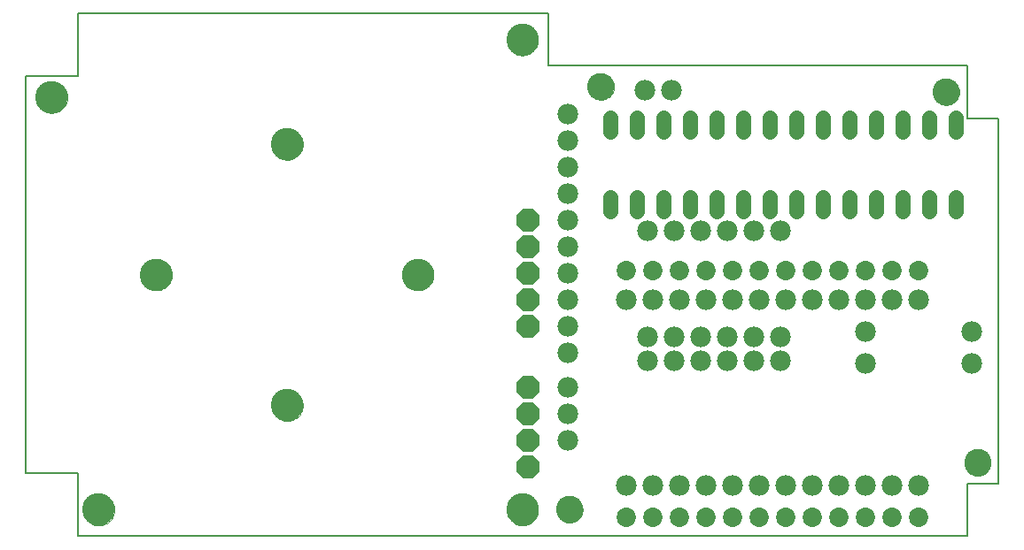
<source format=gbs>
G75*
%MOIN*%
%OFA0B0*%
%FSLAX24Y24*%
%IPPOS*%
%LPD*%
%AMOC8*
5,1,8,0,0,1.08239X$1,22.5*
%
%ADD10C,0.0000*%
%ADD11C,0.1221*%
%ADD12C,0.1024*%
%ADD13C,0.0080*%
%ADD14OC8,0.0890*%
%ADD15C,0.0560*%
%ADD16C,0.0780*%
%ADD17C,0.0730*%
D10*
X002665Y001484D02*
X002667Y001532D01*
X002673Y001580D01*
X002683Y001627D01*
X002696Y001673D01*
X002714Y001718D01*
X002734Y001762D01*
X002759Y001804D01*
X002787Y001843D01*
X002817Y001880D01*
X002851Y001914D01*
X002888Y001946D01*
X002926Y001975D01*
X002967Y002000D01*
X003010Y002022D01*
X003055Y002040D01*
X003101Y002054D01*
X003148Y002065D01*
X003196Y002072D01*
X003244Y002075D01*
X003292Y002074D01*
X003340Y002069D01*
X003388Y002060D01*
X003434Y002048D01*
X003479Y002031D01*
X003523Y002011D01*
X003565Y001988D01*
X003605Y001961D01*
X003643Y001931D01*
X003678Y001898D01*
X003710Y001862D01*
X003740Y001824D01*
X003766Y001783D01*
X003788Y001740D01*
X003808Y001696D01*
X003823Y001651D01*
X003835Y001604D01*
X003843Y001556D01*
X003847Y001508D01*
X003847Y001460D01*
X003843Y001412D01*
X003835Y001364D01*
X003823Y001317D01*
X003808Y001272D01*
X003788Y001228D01*
X003766Y001185D01*
X003740Y001144D01*
X003710Y001106D01*
X003678Y001070D01*
X003643Y001037D01*
X003605Y001007D01*
X003565Y000980D01*
X003523Y000957D01*
X003479Y000937D01*
X003434Y000920D01*
X003388Y000908D01*
X003340Y000899D01*
X003292Y000894D01*
X003244Y000893D01*
X003196Y000896D01*
X003148Y000903D01*
X003101Y000914D01*
X003055Y000928D01*
X003010Y000946D01*
X002967Y000968D01*
X002926Y000993D01*
X002888Y001022D01*
X002851Y001054D01*
X002817Y001088D01*
X002787Y001125D01*
X002759Y001164D01*
X002734Y001206D01*
X002714Y001250D01*
X002696Y001295D01*
X002683Y001341D01*
X002673Y001388D01*
X002667Y001436D01*
X002665Y001484D01*
X009752Y005421D02*
X009754Y005469D01*
X009760Y005517D01*
X009770Y005564D01*
X009783Y005610D01*
X009801Y005655D01*
X009821Y005699D01*
X009846Y005741D01*
X009874Y005780D01*
X009904Y005817D01*
X009938Y005851D01*
X009975Y005883D01*
X010013Y005912D01*
X010054Y005937D01*
X010097Y005959D01*
X010142Y005977D01*
X010188Y005991D01*
X010235Y006002D01*
X010283Y006009D01*
X010331Y006012D01*
X010379Y006011D01*
X010427Y006006D01*
X010475Y005997D01*
X010521Y005985D01*
X010566Y005968D01*
X010610Y005948D01*
X010652Y005925D01*
X010692Y005898D01*
X010730Y005868D01*
X010765Y005835D01*
X010797Y005799D01*
X010827Y005761D01*
X010853Y005720D01*
X010875Y005677D01*
X010895Y005633D01*
X010910Y005588D01*
X010922Y005541D01*
X010930Y005493D01*
X010934Y005445D01*
X010934Y005397D01*
X010930Y005349D01*
X010922Y005301D01*
X010910Y005254D01*
X010895Y005209D01*
X010875Y005165D01*
X010853Y005122D01*
X010827Y005081D01*
X010797Y005043D01*
X010765Y005007D01*
X010730Y004974D01*
X010692Y004944D01*
X010652Y004917D01*
X010610Y004894D01*
X010566Y004874D01*
X010521Y004857D01*
X010475Y004845D01*
X010427Y004836D01*
X010379Y004831D01*
X010331Y004830D01*
X010283Y004833D01*
X010235Y004840D01*
X010188Y004851D01*
X010142Y004865D01*
X010097Y004883D01*
X010054Y004905D01*
X010013Y004930D01*
X009975Y004959D01*
X009938Y004991D01*
X009904Y005025D01*
X009874Y005062D01*
X009846Y005101D01*
X009821Y005143D01*
X009801Y005187D01*
X009783Y005232D01*
X009770Y005278D01*
X009760Y005325D01*
X009754Y005373D01*
X009752Y005421D01*
X004830Y010343D02*
X004832Y010391D01*
X004838Y010439D01*
X004848Y010486D01*
X004861Y010532D01*
X004879Y010577D01*
X004899Y010621D01*
X004924Y010663D01*
X004952Y010702D01*
X004982Y010739D01*
X005016Y010773D01*
X005053Y010805D01*
X005091Y010834D01*
X005132Y010859D01*
X005175Y010881D01*
X005220Y010899D01*
X005266Y010913D01*
X005313Y010924D01*
X005361Y010931D01*
X005409Y010934D01*
X005457Y010933D01*
X005505Y010928D01*
X005553Y010919D01*
X005599Y010907D01*
X005644Y010890D01*
X005688Y010870D01*
X005730Y010847D01*
X005770Y010820D01*
X005808Y010790D01*
X005843Y010757D01*
X005875Y010721D01*
X005905Y010683D01*
X005931Y010642D01*
X005953Y010599D01*
X005973Y010555D01*
X005988Y010510D01*
X006000Y010463D01*
X006008Y010415D01*
X006012Y010367D01*
X006012Y010319D01*
X006008Y010271D01*
X006000Y010223D01*
X005988Y010176D01*
X005973Y010131D01*
X005953Y010087D01*
X005931Y010044D01*
X005905Y010003D01*
X005875Y009965D01*
X005843Y009929D01*
X005808Y009896D01*
X005770Y009866D01*
X005730Y009839D01*
X005688Y009816D01*
X005644Y009796D01*
X005599Y009779D01*
X005553Y009767D01*
X005505Y009758D01*
X005457Y009753D01*
X005409Y009752D01*
X005361Y009755D01*
X005313Y009762D01*
X005266Y009773D01*
X005220Y009787D01*
X005175Y009805D01*
X005132Y009827D01*
X005091Y009852D01*
X005053Y009881D01*
X005016Y009913D01*
X004982Y009947D01*
X004952Y009984D01*
X004924Y010023D01*
X004899Y010065D01*
X004879Y010109D01*
X004861Y010154D01*
X004848Y010200D01*
X004838Y010247D01*
X004832Y010295D01*
X004830Y010343D01*
X009752Y015264D02*
X009754Y015312D01*
X009760Y015360D01*
X009770Y015407D01*
X009783Y015453D01*
X009801Y015498D01*
X009821Y015542D01*
X009846Y015584D01*
X009874Y015623D01*
X009904Y015660D01*
X009938Y015694D01*
X009975Y015726D01*
X010013Y015755D01*
X010054Y015780D01*
X010097Y015802D01*
X010142Y015820D01*
X010188Y015834D01*
X010235Y015845D01*
X010283Y015852D01*
X010331Y015855D01*
X010379Y015854D01*
X010427Y015849D01*
X010475Y015840D01*
X010521Y015828D01*
X010566Y015811D01*
X010610Y015791D01*
X010652Y015768D01*
X010692Y015741D01*
X010730Y015711D01*
X010765Y015678D01*
X010797Y015642D01*
X010827Y015604D01*
X010853Y015563D01*
X010875Y015520D01*
X010895Y015476D01*
X010910Y015431D01*
X010922Y015384D01*
X010930Y015336D01*
X010934Y015288D01*
X010934Y015240D01*
X010930Y015192D01*
X010922Y015144D01*
X010910Y015097D01*
X010895Y015052D01*
X010875Y015008D01*
X010853Y014965D01*
X010827Y014924D01*
X010797Y014886D01*
X010765Y014850D01*
X010730Y014817D01*
X010692Y014787D01*
X010652Y014760D01*
X010610Y014737D01*
X010566Y014717D01*
X010521Y014700D01*
X010475Y014688D01*
X010427Y014679D01*
X010379Y014674D01*
X010331Y014673D01*
X010283Y014676D01*
X010235Y014683D01*
X010188Y014694D01*
X010142Y014708D01*
X010097Y014726D01*
X010054Y014748D01*
X010013Y014773D01*
X009975Y014802D01*
X009938Y014834D01*
X009904Y014868D01*
X009874Y014905D01*
X009846Y014944D01*
X009821Y014986D01*
X009801Y015030D01*
X009783Y015075D01*
X009770Y015121D01*
X009760Y015168D01*
X009754Y015216D01*
X009752Y015264D01*
X000893Y017035D02*
X000895Y017083D01*
X000901Y017131D01*
X000911Y017178D01*
X000924Y017224D01*
X000942Y017269D01*
X000962Y017313D01*
X000987Y017355D01*
X001015Y017394D01*
X001045Y017431D01*
X001079Y017465D01*
X001116Y017497D01*
X001154Y017526D01*
X001195Y017551D01*
X001238Y017573D01*
X001283Y017591D01*
X001329Y017605D01*
X001376Y017616D01*
X001424Y017623D01*
X001472Y017626D01*
X001520Y017625D01*
X001568Y017620D01*
X001616Y017611D01*
X001662Y017599D01*
X001707Y017582D01*
X001751Y017562D01*
X001793Y017539D01*
X001833Y017512D01*
X001871Y017482D01*
X001906Y017449D01*
X001938Y017413D01*
X001968Y017375D01*
X001994Y017334D01*
X002016Y017291D01*
X002036Y017247D01*
X002051Y017202D01*
X002063Y017155D01*
X002071Y017107D01*
X002075Y017059D01*
X002075Y017011D01*
X002071Y016963D01*
X002063Y016915D01*
X002051Y016868D01*
X002036Y016823D01*
X002016Y016779D01*
X001994Y016736D01*
X001968Y016695D01*
X001938Y016657D01*
X001906Y016621D01*
X001871Y016588D01*
X001833Y016558D01*
X001793Y016531D01*
X001751Y016508D01*
X001707Y016488D01*
X001662Y016471D01*
X001616Y016459D01*
X001568Y016450D01*
X001520Y016445D01*
X001472Y016444D01*
X001424Y016447D01*
X001376Y016454D01*
X001329Y016465D01*
X001283Y016479D01*
X001238Y016497D01*
X001195Y016519D01*
X001154Y016544D01*
X001116Y016573D01*
X001079Y016605D01*
X001045Y016639D01*
X001015Y016676D01*
X000987Y016715D01*
X000962Y016757D01*
X000942Y016801D01*
X000924Y016846D01*
X000911Y016892D01*
X000901Y016939D01*
X000895Y016987D01*
X000893Y017035D01*
X014673Y010343D02*
X014675Y010391D01*
X014681Y010439D01*
X014691Y010486D01*
X014704Y010532D01*
X014722Y010577D01*
X014742Y010621D01*
X014767Y010663D01*
X014795Y010702D01*
X014825Y010739D01*
X014859Y010773D01*
X014896Y010805D01*
X014934Y010834D01*
X014975Y010859D01*
X015018Y010881D01*
X015063Y010899D01*
X015109Y010913D01*
X015156Y010924D01*
X015204Y010931D01*
X015252Y010934D01*
X015300Y010933D01*
X015348Y010928D01*
X015396Y010919D01*
X015442Y010907D01*
X015487Y010890D01*
X015531Y010870D01*
X015573Y010847D01*
X015613Y010820D01*
X015651Y010790D01*
X015686Y010757D01*
X015718Y010721D01*
X015748Y010683D01*
X015774Y010642D01*
X015796Y010599D01*
X015816Y010555D01*
X015831Y010510D01*
X015843Y010463D01*
X015851Y010415D01*
X015855Y010367D01*
X015855Y010319D01*
X015851Y010271D01*
X015843Y010223D01*
X015831Y010176D01*
X015816Y010131D01*
X015796Y010087D01*
X015774Y010044D01*
X015748Y010003D01*
X015718Y009965D01*
X015686Y009929D01*
X015651Y009896D01*
X015613Y009866D01*
X015573Y009839D01*
X015531Y009816D01*
X015487Y009796D01*
X015442Y009779D01*
X015396Y009767D01*
X015348Y009758D01*
X015300Y009753D01*
X015252Y009752D01*
X015204Y009755D01*
X015156Y009762D01*
X015109Y009773D01*
X015063Y009787D01*
X015018Y009805D01*
X014975Y009827D01*
X014934Y009852D01*
X014896Y009881D01*
X014859Y009913D01*
X014825Y009947D01*
X014795Y009984D01*
X014767Y010023D01*
X014742Y010065D01*
X014722Y010109D01*
X014704Y010154D01*
X014691Y010200D01*
X014681Y010247D01*
X014675Y010295D01*
X014673Y010343D01*
X021662Y017429D02*
X021664Y017473D01*
X021670Y017517D01*
X021680Y017560D01*
X021693Y017602D01*
X021711Y017642D01*
X021732Y017681D01*
X021756Y017718D01*
X021783Y017753D01*
X021814Y017785D01*
X021847Y017814D01*
X021883Y017840D01*
X021921Y017862D01*
X021961Y017881D01*
X022002Y017897D01*
X022045Y017909D01*
X022088Y017917D01*
X022132Y017921D01*
X022176Y017921D01*
X022220Y017917D01*
X022263Y017909D01*
X022306Y017897D01*
X022347Y017881D01*
X022387Y017862D01*
X022425Y017840D01*
X022461Y017814D01*
X022494Y017785D01*
X022525Y017753D01*
X022552Y017718D01*
X022576Y017681D01*
X022597Y017642D01*
X022615Y017602D01*
X022628Y017560D01*
X022638Y017517D01*
X022644Y017473D01*
X022646Y017429D01*
X022644Y017385D01*
X022638Y017341D01*
X022628Y017298D01*
X022615Y017256D01*
X022597Y017216D01*
X022576Y017177D01*
X022552Y017140D01*
X022525Y017105D01*
X022494Y017073D01*
X022461Y017044D01*
X022425Y017018D01*
X022387Y016996D01*
X022347Y016977D01*
X022306Y016961D01*
X022263Y016949D01*
X022220Y016941D01*
X022176Y016937D01*
X022132Y016937D01*
X022088Y016941D01*
X022045Y016949D01*
X022002Y016961D01*
X021961Y016977D01*
X021921Y016996D01*
X021883Y017018D01*
X021847Y017044D01*
X021814Y017073D01*
X021783Y017105D01*
X021756Y017140D01*
X021732Y017177D01*
X021711Y017216D01*
X021693Y017256D01*
X021680Y017298D01*
X021670Y017341D01*
X021664Y017385D01*
X021662Y017429D01*
X018610Y019201D02*
X018612Y019249D01*
X018618Y019297D01*
X018628Y019344D01*
X018641Y019390D01*
X018659Y019435D01*
X018679Y019479D01*
X018704Y019521D01*
X018732Y019560D01*
X018762Y019597D01*
X018796Y019631D01*
X018833Y019663D01*
X018871Y019692D01*
X018912Y019717D01*
X018955Y019739D01*
X019000Y019757D01*
X019046Y019771D01*
X019093Y019782D01*
X019141Y019789D01*
X019189Y019792D01*
X019237Y019791D01*
X019285Y019786D01*
X019333Y019777D01*
X019379Y019765D01*
X019424Y019748D01*
X019468Y019728D01*
X019510Y019705D01*
X019550Y019678D01*
X019588Y019648D01*
X019623Y019615D01*
X019655Y019579D01*
X019685Y019541D01*
X019711Y019500D01*
X019733Y019457D01*
X019753Y019413D01*
X019768Y019368D01*
X019780Y019321D01*
X019788Y019273D01*
X019792Y019225D01*
X019792Y019177D01*
X019788Y019129D01*
X019780Y019081D01*
X019768Y019034D01*
X019753Y018989D01*
X019733Y018945D01*
X019711Y018902D01*
X019685Y018861D01*
X019655Y018823D01*
X019623Y018787D01*
X019588Y018754D01*
X019550Y018724D01*
X019510Y018697D01*
X019468Y018674D01*
X019424Y018654D01*
X019379Y018637D01*
X019333Y018625D01*
X019285Y018616D01*
X019237Y018611D01*
X019189Y018610D01*
X019141Y018613D01*
X019093Y018620D01*
X019046Y018631D01*
X019000Y018645D01*
X018955Y018663D01*
X018912Y018685D01*
X018871Y018710D01*
X018833Y018739D01*
X018796Y018771D01*
X018762Y018805D01*
X018732Y018842D01*
X018704Y018881D01*
X018679Y018923D01*
X018659Y018967D01*
X018641Y019012D01*
X018628Y019058D01*
X018618Y019105D01*
X018612Y019153D01*
X018610Y019201D01*
X034654Y017232D02*
X034656Y017276D01*
X034662Y017320D01*
X034672Y017363D01*
X034685Y017405D01*
X034703Y017445D01*
X034724Y017484D01*
X034748Y017521D01*
X034775Y017556D01*
X034806Y017588D01*
X034839Y017617D01*
X034875Y017643D01*
X034913Y017665D01*
X034953Y017684D01*
X034994Y017700D01*
X035037Y017712D01*
X035080Y017720D01*
X035124Y017724D01*
X035168Y017724D01*
X035212Y017720D01*
X035255Y017712D01*
X035298Y017700D01*
X035339Y017684D01*
X035379Y017665D01*
X035417Y017643D01*
X035453Y017617D01*
X035486Y017588D01*
X035517Y017556D01*
X035544Y017521D01*
X035568Y017484D01*
X035589Y017445D01*
X035607Y017405D01*
X035620Y017363D01*
X035630Y017320D01*
X035636Y017276D01*
X035638Y017232D01*
X035636Y017188D01*
X035630Y017144D01*
X035620Y017101D01*
X035607Y017059D01*
X035589Y017019D01*
X035568Y016980D01*
X035544Y016943D01*
X035517Y016908D01*
X035486Y016876D01*
X035453Y016847D01*
X035417Y016821D01*
X035379Y016799D01*
X035339Y016780D01*
X035298Y016764D01*
X035255Y016752D01*
X035212Y016744D01*
X035168Y016740D01*
X035124Y016740D01*
X035080Y016744D01*
X035037Y016752D01*
X034994Y016764D01*
X034953Y016780D01*
X034913Y016799D01*
X034875Y016821D01*
X034839Y016847D01*
X034806Y016876D01*
X034775Y016908D01*
X034748Y016943D01*
X034724Y016980D01*
X034703Y017019D01*
X034685Y017059D01*
X034672Y017101D01*
X034662Y017144D01*
X034656Y017188D01*
X034654Y017232D01*
X035835Y003256D02*
X035837Y003300D01*
X035843Y003344D01*
X035853Y003387D01*
X035866Y003429D01*
X035884Y003469D01*
X035905Y003508D01*
X035929Y003545D01*
X035956Y003580D01*
X035987Y003612D01*
X036020Y003641D01*
X036056Y003667D01*
X036094Y003689D01*
X036134Y003708D01*
X036175Y003724D01*
X036218Y003736D01*
X036261Y003744D01*
X036305Y003748D01*
X036349Y003748D01*
X036393Y003744D01*
X036436Y003736D01*
X036479Y003724D01*
X036520Y003708D01*
X036560Y003689D01*
X036598Y003667D01*
X036634Y003641D01*
X036667Y003612D01*
X036698Y003580D01*
X036725Y003545D01*
X036749Y003508D01*
X036770Y003469D01*
X036788Y003429D01*
X036801Y003387D01*
X036811Y003344D01*
X036817Y003300D01*
X036819Y003256D01*
X036817Y003212D01*
X036811Y003168D01*
X036801Y003125D01*
X036788Y003083D01*
X036770Y003043D01*
X036749Y003004D01*
X036725Y002967D01*
X036698Y002932D01*
X036667Y002900D01*
X036634Y002871D01*
X036598Y002845D01*
X036560Y002823D01*
X036520Y002804D01*
X036479Y002788D01*
X036436Y002776D01*
X036393Y002768D01*
X036349Y002764D01*
X036305Y002764D01*
X036261Y002768D01*
X036218Y002776D01*
X036175Y002788D01*
X036134Y002804D01*
X036094Y002823D01*
X036056Y002845D01*
X036020Y002871D01*
X035987Y002900D01*
X035956Y002932D01*
X035929Y002967D01*
X035905Y003004D01*
X035884Y003043D01*
X035866Y003083D01*
X035853Y003125D01*
X035843Y003168D01*
X035837Y003212D01*
X035835Y003256D01*
X020480Y001484D02*
X020482Y001528D01*
X020488Y001572D01*
X020498Y001615D01*
X020511Y001657D01*
X020529Y001697D01*
X020550Y001736D01*
X020574Y001773D01*
X020601Y001808D01*
X020632Y001840D01*
X020665Y001869D01*
X020701Y001895D01*
X020739Y001917D01*
X020779Y001936D01*
X020820Y001952D01*
X020863Y001964D01*
X020906Y001972D01*
X020950Y001976D01*
X020994Y001976D01*
X021038Y001972D01*
X021081Y001964D01*
X021124Y001952D01*
X021165Y001936D01*
X021205Y001917D01*
X021243Y001895D01*
X021279Y001869D01*
X021312Y001840D01*
X021343Y001808D01*
X021370Y001773D01*
X021394Y001736D01*
X021415Y001697D01*
X021433Y001657D01*
X021446Y001615D01*
X021456Y001572D01*
X021462Y001528D01*
X021464Y001484D01*
X021462Y001440D01*
X021456Y001396D01*
X021446Y001353D01*
X021433Y001311D01*
X021415Y001271D01*
X021394Y001232D01*
X021370Y001195D01*
X021343Y001160D01*
X021312Y001128D01*
X021279Y001099D01*
X021243Y001073D01*
X021205Y001051D01*
X021165Y001032D01*
X021124Y001016D01*
X021081Y001004D01*
X021038Y000996D01*
X020994Y000992D01*
X020950Y000992D01*
X020906Y000996D01*
X020863Y001004D01*
X020820Y001016D01*
X020779Y001032D01*
X020739Y001051D01*
X020701Y001073D01*
X020665Y001099D01*
X020632Y001128D01*
X020601Y001160D01*
X020574Y001195D01*
X020550Y001232D01*
X020529Y001271D01*
X020511Y001311D01*
X020498Y001353D01*
X020488Y001396D01*
X020482Y001440D01*
X020480Y001484D01*
X018610Y001484D02*
X018612Y001532D01*
X018618Y001580D01*
X018628Y001627D01*
X018641Y001673D01*
X018659Y001718D01*
X018679Y001762D01*
X018704Y001804D01*
X018732Y001843D01*
X018762Y001880D01*
X018796Y001914D01*
X018833Y001946D01*
X018871Y001975D01*
X018912Y002000D01*
X018955Y002022D01*
X019000Y002040D01*
X019046Y002054D01*
X019093Y002065D01*
X019141Y002072D01*
X019189Y002075D01*
X019237Y002074D01*
X019285Y002069D01*
X019333Y002060D01*
X019379Y002048D01*
X019424Y002031D01*
X019468Y002011D01*
X019510Y001988D01*
X019550Y001961D01*
X019588Y001931D01*
X019623Y001898D01*
X019655Y001862D01*
X019685Y001824D01*
X019711Y001783D01*
X019733Y001740D01*
X019753Y001696D01*
X019768Y001651D01*
X019780Y001604D01*
X019788Y001556D01*
X019792Y001508D01*
X019792Y001460D01*
X019788Y001412D01*
X019780Y001364D01*
X019768Y001317D01*
X019753Y001272D01*
X019733Y001228D01*
X019711Y001185D01*
X019685Y001144D01*
X019655Y001106D01*
X019623Y001070D01*
X019588Y001037D01*
X019550Y001007D01*
X019510Y000980D01*
X019468Y000957D01*
X019424Y000937D01*
X019379Y000920D01*
X019333Y000908D01*
X019285Y000899D01*
X019237Y000894D01*
X019189Y000893D01*
X019141Y000896D01*
X019093Y000903D01*
X019046Y000914D01*
X019000Y000928D01*
X018955Y000946D01*
X018912Y000968D01*
X018871Y000993D01*
X018833Y001022D01*
X018796Y001054D01*
X018762Y001088D01*
X018732Y001125D01*
X018704Y001164D01*
X018679Y001206D01*
X018659Y001250D01*
X018641Y001295D01*
X018628Y001341D01*
X018618Y001388D01*
X018612Y001436D01*
X018610Y001484D01*
D11*
X019201Y001484D03*
X010343Y005421D03*
X003256Y001484D03*
X005421Y010343D03*
X010343Y015264D03*
X001484Y017035D03*
X015264Y010343D03*
X019201Y019201D03*
D12*
X022154Y017429D03*
X035146Y017232D03*
X036327Y003256D03*
X020972Y001484D03*
D13*
X002469Y000500D02*
X002469Y002862D01*
X000500Y002862D01*
X000500Y017823D01*
X002469Y017823D01*
X002469Y020185D01*
X020185Y020185D01*
X020185Y018217D01*
X035933Y018217D01*
X035933Y016248D01*
X037114Y016248D01*
X037114Y002469D01*
X035933Y002469D01*
X035933Y000500D01*
X002469Y000500D01*
D14*
X019400Y003100D03*
X019400Y004100D03*
X019400Y005100D03*
X019400Y006100D03*
X019400Y008400D03*
X019400Y009400D03*
X019400Y010400D03*
X019400Y011400D03*
X019400Y012400D03*
D15*
X022500Y012740D02*
X022500Y013260D01*
X023500Y013260D02*
X023500Y012740D01*
X024500Y012740D02*
X024500Y013260D01*
X025500Y013260D02*
X025500Y012740D01*
X026500Y012740D02*
X026500Y013260D01*
X027500Y013260D02*
X027500Y012740D01*
X028500Y012740D02*
X028500Y013260D01*
X029500Y013260D02*
X029500Y012740D01*
X030500Y012740D02*
X030500Y013260D01*
X031500Y013260D02*
X031500Y012740D01*
X032500Y012740D02*
X032500Y013260D01*
X033500Y013260D02*
X033500Y012740D01*
X034500Y012740D02*
X034500Y013260D01*
X035500Y013260D02*
X035500Y012740D01*
X035500Y015740D02*
X035500Y016260D01*
X034500Y016260D02*
X034500Y015740D01*
X033500Y015740D02*
X033500Y016260D01*
X032500Y016260D02*
X032500Y015740D01*
X031500Y015740D02*
X031500Y016260D01*
X030500Y016260D02*
X030500Y015740D01*
X029500Y015740D02*
X029500Y016260D01*
X028500Y016260D02*
X028500Y015740D01*
X027500Y015740D02*
X027500Y016260D01*
X026500Y016260D02*
X026500Y015740D01*
X025500Y015740D02*
X025500Y016260D01*
X024500Y016260D02*
X024500Y015740D01*
X023500Y015740D02*
X023500Y016260D01*
X022500Y016260D02*
X022500Y015740D01*
D16*
X020900Y015400D03*
X020900Y014400D03*
X020900Y013400D03*
X020900Y012400D03*
X020900Y011400D03*
X020900Y010400D03*
X020900Y009400D03*
X020900Y008400D03*
X020900Y007400D03*
X020900Y006100D03*
X020900Y005100D03*
X020900Y004100D03*
X023125Y002400D03*
X024125Y002400D03*
X025125Y002400D03*
X026125Y002400D03*
X027125Y002400D03*
X028125Y002400D03*
X029125Y002400D03*
X030125Y002400D03*
X031125Y002400D03*
X032125Y002400D03*
X033125Y002400D03*
X034125Y002400D03*
X036100Y007000D03*
X036100Y008200D03*
X034125Y009400D03*
X033125Y009400D03*
X032125Y009400D03*
X031125Y009400D03*
X030125Y009400D03*
X029125Y009400D03*
X028125Y009400D03*
X027125Y009400D03*
X026125Y009400D03*
X025125Y009400D03*
X024125Y009400D03*
X023125Y009400D03*
X023900Y008000D03*
X024900Y008000D03*
X025900Y008000D03*
X026900Y008000D03*
X027900Y008000D03*
X028900Y008000D03*
X028900Y007100D03*
X027900Y007100D03*
X026900Y007100D03*
X025900Y007100D03*
X024900Y007100D03*
X023900Y007100D03*
X032100Y007000D03*
X032100Y008200D03*
X028900Y012000D03*
X027900Y012000D03*
X026900Y012000D03*
X025900Y012000D03*
X024900Y012000D03*
X023900Y012000D03*
X020900Y016400D03*
X023800Y017300D03*
X024800Y017300D03*
D17*
X025125Y010500D03*
X024125Y010500D03*
X023125Y010500D03*
X026125Y010500D03*
X027125Y010500D03*
X028125Y010500D03*
X029125Y010500D03*
X030125Y010500D03*
X031125Y010500D03*
X032125Y010500D03*
X033125Y010500D03*
X034125Y010500D03*
X034125Y001200D03*
X033125Y001200D03*
X032125Y001200D03*
X031125Y001200D03*
X030125Y001200D03*
X029125Y001200D03*
X028125Y001200D03*
X027125Y001200D03*
X026125Y001200D03*
X025125Y001200D03*
X024125Y001200D03*
X023125Y001200D03*
M02*

</source>
